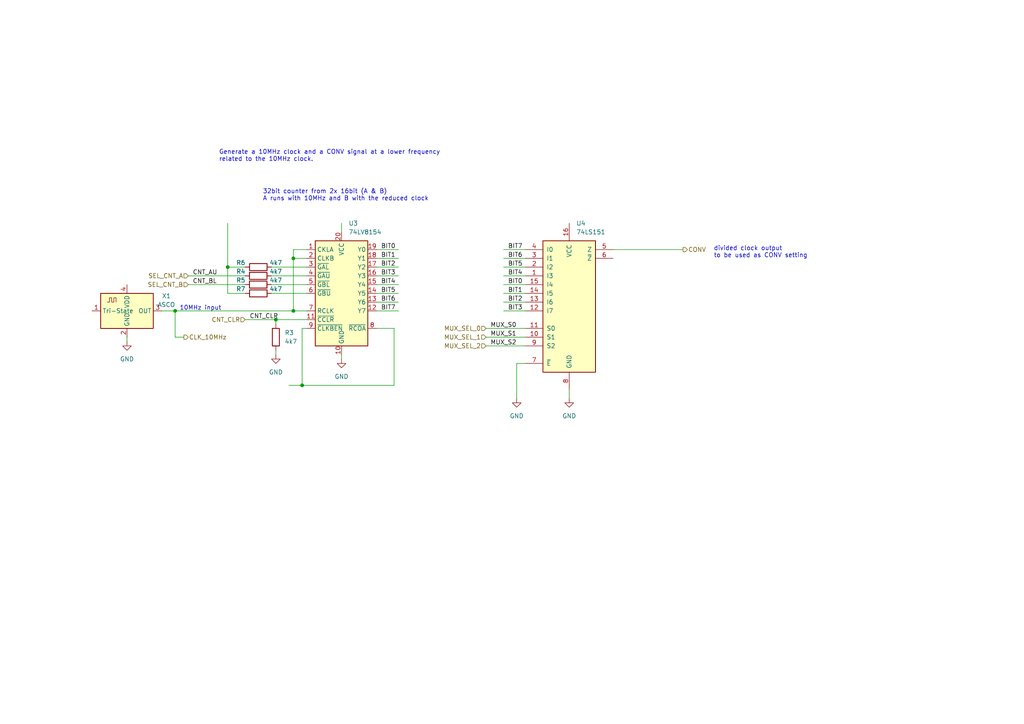
<source format=kicad_sch>
(kicad_sch (version 20211123) (generator eeschema)
  (paper "A4")
  (lib_symbols
    (symbol "74xx:74LS151" (pin_names (offset 1.016))
      (property "Reference" "U" (at -7.62 19.05 0))
      (property "Value" "74LS151" (at -7.62 -21.59 0))
      (symbol "74LS151_1_0"
        (pin input line (at -12.7 7.62 0) (length 5.08) (name "I3") (number "1"))
        (pin input line (at -12.7 -10.16 0) (length 5.08) (name "S1") (number "10"))
        (pin input line (at -12.7 -7.62 0) (length 5.08) (name "S0") (number "11"))
        (pin input line (at -12.7 -2.54 0) (length 5.08) (name "I7") (number "12"))
        (pin input line (at -12.7 0 0) (length 5.08) (name "I6") (number "13"))
        (pin input line (at -12.7 2.54 0) (length 5.08) (name "I5") (number "14"))
        (pin input line (at -12.7 5.08 0) (length 5.08) (name "I4") (number "15"))
        (pin power_in line (at 0 22.86 270) (length 5.08) (name "VCC") (number "16"))
        (pin input line (at -12.7 10.16 0) (length 5.08) (name "I2") (number "2"))
        (pin input line (at -12.7 12.7 0) (length 5.08) (name "I1") (number "3"))
        (pin input line (at -12.7 15.24 0) (length 5.08) (name "I0") (number "4"))
        (pin output line (at 12.7 15.24 180) (length 5.08) (name "Z") (number "5"))
        (pin output line (at 12.7 12.7 180) (length 5.08) (name "~{Z}") (number "6"))
        (pin input line (at -12.7 -17.78 0) (length 5.08) (name "~{E}") (number "7"))
        (pin power_in line (at 0 -25.4 90) (length 5.08) (name "GND") (number "8"))
        (pin input line (at -12.7 -12.7 0) (length 5.08) (name "S2") (number "9"))
      )
      (symbol "74LS151_1_1"
        (rectangle (start -7.62 17.78) (end 7.62 -20.32) (stroke (width 0.254)) (fill (type background)))
      )
    )
    (symbol "74xx:74LV8154"
      (property "Reference" "U" (at -6.35 16.51 0))
      (property "Value" "74LV8154" (at 6.35 16.51 0))
      (symbol "74LV8154_0_1"
        (rectangle (start -7.62 15.24) (end 7.62 -15.24) (stroke (width 0.254)) (fill (type background)))
      )
      (symbol "74LV8154_1_1"
        (pin input line (at -10.16 12.7 0) (length 2.54) (name "CKLA") (number "1"))
        (pin power_in line (at 0 -17.78 90) (length 2.54) (name "GND") (number "10"))
        (pin input line (at -10.16 -7.62 0) (length 2.54) (name "~{CCLR}") (number "11"))
        (pin output line (at 10.16 -5.08 180) (length 2.54) (name "Y7") (number "12"))
        (pin output line (at 10.16 -2.54 180) (length 2.54) (name "Y6") (number "13"))
        (pin output line (at 10.16 0 180) (length 2.54) (name "Y5") (number "14"))
        (pin output line (at 10.16 2.54 180) (length 2.54) (name "Y4") (number "15"))
        (pin output line (at 10.16 5.08 180) (length 2.54) (name "Y3") (number "16"))
        (pin output line (at 10.16 7.62 180) (length 2.54) (name "Y2") (number "17"))
        (pin output line (at 10.16 10.16 180) (length 2.54) (name "Y1") (number "18"))
        (pin output line (at 10.16 12.7 180) (length 2.54) (name "Y0") (number "19"))
        (pin input line (at -10.16 10.16 0) (length 2.54) (name "CLKB") (number "2"))
        (pin power_in line (at 0 17.78 270) (length 2.54) (name "VCC") (number "20"))
        (pin input line (at -10.16 7.62 0) (length 2.54) (name "~{GAL}") (number "3"))
        (pin input line (at -10.16 5.08 0) (length 2.54) (name "~{GAU}") (number "4"))
        (pin input line (at -10.16 2.54 0) (length 2.54) (name "~{GBL}") (number "5"))
        (pin input line (at -10.16 0 0) (length 2.54) (name "~{GBU}") (number "6"))
        (pin input line (at -10.16 -5.08 0) (length 2.54) (name "RCLK") (number "7"))
        (pin output line (at 10.16 -10.16 180) (length 2.54) (name "~{RCOA}") (number "8"))
        (pin input line (at -10.16 -10.16 0) (length 2.54) (name "~{CLKBEN}") (number "9"))
      )
    )
    (symbol "Device:R" (pin_numbers hide) (pin_names (offset 0))
      (property "Reference" "R" (at 2.032 0 90))
      (property "Value" "R" (at 0 0 90))
      (symbol "R_0_1"
        (rectangle (start -1.016 -2.54) (end 1.016 2.54) (stroke (width 0.254)))
      )
      (symbol "R_1_1"
        (pin passive line (at 0 3.81 270) (length 1.27) (name "~") (number "1"))
        (pin passive line (at 0 -3.81 90) (length 1.27) (name "~") (number "2"))
      )
    )
    (symbol "Oscillator:ASCO"
      (property "Reference" "X" (at -7.62 6.35 0))
      (property "Value" "ASCO" (at 1.27 -6.35 0))
      (symbol "ASCO_0_1"
        (rectangle (start -7.62 5.08) (end 7.62 -5.08) (stroke (width 0.254)) (fill (type background)))
        (polyline (pts (xy -5.715 2.54) (xy -5.08 2.54) (xy -5.08 3.81) (xy -4.445 3.81) (xy -4.445 2.54) (xy -3.81 2.54) (xy -3.81 3.81) (xy -3.175 3.81) (xy -3.175 2.54)))
      )
      (symbol "ASCO_1_1"
        (pin input line (at -10.16 0 0) (length 2.54) (name "Tri-State") (number "1"))
        (pin power_in line (at 0 -7.62 90) (length 2.54) (name "GND") (number "2"))
        (pin output line (at 10.16 0 180) (length 2.54) (name "OUT") (number "3"))
        (pin power_in line (at 0 7.62 270) (length 2.54) (name "VDD") (number "4"))
      )
    )
    (symbol "power:GND" (power) (pin_names (offset 0))
      (property "Value" "GND" (at 0 -3.81 0))
      (symbol "GND_0_1"
        (polyline (pts (xy 0 0) (xy 0 -1.27) (xy 1.27 -1.27) (xy 0 -2.54) (xy -1.27 -1.27) (xy 0 -1.27)))
      )
      (symbol "GND_1_1"
        (pin power_in line (at 0 0 270) (length 0) hide (name "GND") (number "1"))
      )
    )
  )
  (junction (at 85.09 90.17))
  (junction (at 87.63 111.76))
  (junction (at 85.09 74.93))
  (junction (at 80.01 92.71))
  (junction (at 66.04 77.47))
  (junction (at 50.8 90.17))
  (wire (pts (xy 66.04 64.77) (xy 66.04 77.47)))
  (wire (pts (xy 140.97 97.79) (xy 152.4 97.79)))
  (wire (pts (xy 146.05 72.39) (xy 152.4 72.39)))
  (wire (pts (xy 78.74 85.09) (xy 88.9 85.09)))
  (wire (pts (xy 36.83 97.79) (xy 36.83 99.06)))
  (wire (pts (xy 85.09 90.17) (xy 85.09 74.93)))
  (wire (pts (xy 109.22 87.63) (xy 115.57 87.63)))
  (wire (pts (xy 71.12 92.71) (xy 80.01 92.71)))
  (wire (pts (xy 80.01 101.6) (xy 80.01 102.87)))
  (wire (pts (xy 165.1 113.03) (xy 165.1 115.57)))
  (wire (pts (xy 146.05 87.63) (xy 152.4 87.63)))
  (wire (pts (xy 152.4 105.41) (xy 149.86 105.41)))
  (wire (pts (xy 146.05 82.55) (xy 152.4 82.55)))
  (wire (pts (xy 99.06 64.77) (xy 99.06 67.31)))
  (wire (pts (xy 109.22 80.01) (xy 115.57 80.01)))
  (wire (pts (xy 46.99 90.17) (xy 50.8 90.17)))
  (wire (pts (xy 85.09 74.93) (xy 88.9 74.93)))
  (wire (pts (xy 85.09 90.17) (xy 88.9 90.17)))
  (wire (pts (xy 140.97 100.33) (xy 152.4 100.33)))
  (wire (pts (xy 80.01 92.71) (xy 80.01 93.98)))
  (wire (pts (xy 66.04 77.47) (xy 71.12 77.47)))
  (wire (pts (xy 83.82 111.76) (xy 87.63 111.76)))
  (wire (pts (xy 114.3 111.76) (xy 114.3 95.25)))
  (wire (pts (xy 78.7021 80.01) (xy 88.9 80.01)))
  (wire (pts (xy 109.22 74.93) (xy 115.57 74.93)))
  (wire (pts (xy 149.86 105.41) (xy 149.86 115.57)))
  (wire (pts (xy 78.7021 82.55) (xy 88.9 82.55)))
  (wire (pts (xy 50.8 97.79) (xy 50.8 90.17)))
  (wire (pts (xy 87.63 95.25) (xy 87.63 111.76)))
  (wire (pts (xy 54.61 82.55) (xy 71.0821 82.55)))
  (wire (pts (xy 109.22 95.25) (xy 114.3 95.25)))
  (wire (pts (xy 50.8 90.17) (xy 85.09 90.17)))
  (wire (pts (xy 54.61 80.01) (xy 71.0821 80.01)))
  (wire (pts (xy 85.09 72.39) (xy 85.09 74.93)))
  (wire (pts (xy 80.01 92.71) (xy 88.9 92.71)))
  (wire (pts (xy 109.22 82.55) (xy 115.57 82.55)))
  (wire (pts (xy 146.05 77.47) (xy 152.4 77.47)))
  (wire (pts (xy 99.06 102.87) (xy 99.06 104.14)))
  (wire (pts (xy 146.05 90.17) (xy 152.4 90.17)))
  (wire (pts (xy 87.63 111.76) (xy 114.3 111.76)))
  (wire (pts (xy 109.22 90.17) (xy 115.57 90.17)))
  (wire (pts (xy 66.04 85.09) (xy 66.04 77.47)))
  (wire (pts (xy 85.09 72.39) (xy 88.9 72.39)))
  (wire (pts (xy 146.05 80.01) (xy 152.4 80.01)))
  (wire (pts (xy 109.22 85.09) (xy 115.57 85.09)))
  (wire (pts (xy 78.74 77.47) (xy 88.9 77.47)))
  (wire (pts (xy 53.34 97.79) (xy 50.8 97.79)))
  (wire (pts (xy 140.97 95.25) (xy 152.4 95.25)))
  (wire (pts (xy 146.05 85.09) (xy 152.4 85.09)))
  (wire (pts (xy 109.22 77.47) (xy 115.57 77.47)))
  (wire (pts (xy 88.9 95.25) (xy 87.63 95.25)))
  (wire (pts (xy 177.8 72.39) (xy 198.12 72.39)))
  (wire (pts (xy 146.05 74.93) (xy 152.4 74.93)))
  (wire (pts (xy 71.12 85.09) (xy 66.04 85.09)))
  (wire (pts (xy 109.22 72.39) (xy 115.57 72.39)))
  (text "32bit counter from 2x 16bit (A & B)\nA runs with 10MHz and B with the reduced clock" (at 76.2 58.42 0) (effects (font (size 1.27 1.27)) (justify left bottom)))
  (text "Generate a 10MHz clock and a CONV signal at a lower frequency\nrelated to the 10MHz clock." (at 63.5 46.99 0) (effects (font (size 1.27 1.27)) (justify left bottom)))
  (text "10MHz input" (at 52.07 90.17 0) (effects (font (size 1.27 1.27)) (justify left bottom)))
  (text "divided clock output\nto be used as CONV setting" (at 207.01 74.93 0) (effects (font (size 1.27 1.27)) (justify left bottom)))
  (label "BIT1" (at 110.49 74.93 0))
  (label "BIT2" (at 110.49 77.47 0))
  (label "BIT1" (at 147.32 85.09 0))
  (label "CNT_AU" (at 55.88 80.01 0))
  (label "BIT2" (at 147.32 87.63 0))
  (label "BIT7" (at 147.32 72.39 0))
  (label "BIT6" (at 147.32 74.93 0))
  (label "BIT7" (at 110.49 90.17 0))
  (label "BIT5" (at 110.49 85.09 0))
  (label "BIT0" (at 110.49 72.39 0))
  (label "CNT_CLR" (at 72.39 92.71 0))
  (label "BIT4" (at 110.49 82.55 0))
  (label "BIT6" (at 110.49 87.63 0))
  (label "BIT3" (at 147.32 90.17 0))
  (label "MUX_S0" (at 142.24 95.25 0))
  (label "MUX_S1" (at 142.24 97.79 0))
  (label "BIT5" (at 147.32 77.47 0))
  (label "BIT3" (at 110.49 80.01 0))
  (label "CNT_BL" (at 55.88 82.55 0))
  (label "BIT0" (at 147.32 82.55 0))
  (label "BIT4" (at 147.32 80.01 0))
  (label "MUX_S2" (at 142.24 100.33 0))
  (hierarchical_label "MUX_SEL_0" (shape input) (at 140.97 95.25 180))
  (hierarchical_label "CNT_CLR" (shape input) (at 71.12 92.71 180))
  (hierarchical_label "CONV" (shape output) (at 198.12 72.39 0))
  (hierarchical_label "CLK_10MHz" (shape output) (at 53.34 97.79 0))
  (hierarchical_label "SEL_CNT_A" (shape input) (at 54.61 80.01 180))
  (hierarchical_label "MUX_SEL_2" (shape input) (at 140.97 100.33 180))
  (hierarchical_label "SEL_CNT_B" (shape input) (at 54.61 82.55 180))
  (hierarchical_label "MUX_SEL_1" (shape input) (at 140.97 97.79 180))
  (symbol (lib_id "Device:R") (at 74.8921 82.55 90) (unit 1)
    (property "Reference" "R5" (at 69.85 81.28 90))
    (property "Value" "4k7" (at 80.01 81.28 90))
    (property "Footprint" "Resistor_SMD:R_0402_1005Metric" (effects hide))
  )
  (symbol (lib_id "Device:R") (at 74.93 77.47 90) (unit 1)
    (property "Reference" "R6" (at 69.85 76.2 90))
    (property "Value" "4k7" (at 80.01 76.2 90))
    (property "Footprint" "Resistor_SMD:R_0402_1005Metric" (effects hide))
  )
  (symbol (lib_id "Device:R") (at 74.93 85.09 90) (unit 1)
    (property "Reference" "R7" (at 69.85 83.82 90))
    (property "Value" "4k7" (at 80.01 83.82 90))
    (property "Footprint" "Resistor_SMD:R_0402_1005Metric" (effects hide))
  )
  (symbol (lib_id "74xx:74LV8154") (at 99.06 85.09 0) (unit 1)
    (property "Reference" "U3" (at 101.0794 64.77 0) (effects (justify left)))
    (property "Value" "74LV8154" (at 101.0794 67.31 0) (effects (justify left)))
    (property "Footprint" "Package_SO:TSSOP-20_4.4x6.5mm_P0.65mm" (effects hide))
    (property "Datasheet" "http://www.ti.com/lit/ds/symlink/sn74lv8154.pdf" (effects hide))
  )
  (symbol (lib_id "power:GND") (at 80.01 102.87 0) (unit 1)
    (property "Reference" "#PWR04" (effects hide))
    (property "Value" "GND" (at 80.01 107.95 0))
  )
  (symbol (lib_id "power:GND") (at 99.06 104.14 0) (unit 1)
    (property "Reference" "#PWR03" (effects hide))
    (property "Value" "GND" (at 99.06 109.22 0))
  )
  (symbol (lib_id "power:GND") (at 165.1 115.57 0) (unit 1)
    (property "Reference" "#PWR0106" (effects hide))
    (property "Value" "GND" (at 165.1 120.65 0))
  )
  (symbol (lib_id "Device:R") (at 74.8921 80.01 90) (unit 1)
    (property "Reference" "R4" (at 69.85 78.74 90))
    (property "Value" "4k7" (at 80.01 78.74 90))
    (property "Footprint" "Resistor_SMD:R_0402_1005Metric" (effects hide))
  )
  (symbol (lib_id "power:GND") (at 149.86 115.57 0) (unit 1)
    (property "Reference" "#PWR0105" (effects hide))
    (property "Value" "GND" (at 149.86 120.65 0))
  )
  (symbol (lib_id "Oscillator:ASCO") (at 36.83 90.17 0) (unit 1)
    (property "Reference" "X1" (at 48.26 85.8393 0))
    (property "Value" "ASCO" (at 48.26 88.3793 0))
    (property "Footprint" "Oscillator:Oscillator_SMD_Abracon_ASCO-4Pin_1.6x1.2mm" (effects hide))
    (property "Datasheet" "https://abracon.com/Oscillators/ASCO.pdf" (effects hide))
  )
  (symbol (lib_id "74xx:74LS151") (at 165.1 87.63 0) (unit 1)
    (property "Reference" "U4" (at 167.1194 64.77 0) (effects (justify left)))
    (property "Value" "74LS151" (at 167.1194 67.31 0) (effects (justify left)))
    (property "Footprint" "Package_SO:SO-16_3.9x9.9mm_P1.27mm" (effects hide))
    (property "Datasheet" "http://www.ti.com/lit/gpn/sn74LS151" (effects hide))
  )
  (symbol (lib_id "Device:R") (at 80.01 97.79 0) (unit 1)
    (property "Reference" "R3" (at 82.55 96.5199 0) (effects (justify left)))
    (property "Value" "4k7" (at 82.55 99.0599 0) (effects (justify left)))
    (property "Footprint" "Resistor_SMD:R_0603_1608Metric" (effects hide))
  )
  (symbol (lib_id "power:GND") (at 36.83 99.06 0) (unit 1)
    (property "Reference" "#PWR05" (effects hide))
    (property "Value" "GND" (at 36.83 104.14 0))
  )
)
</source>
